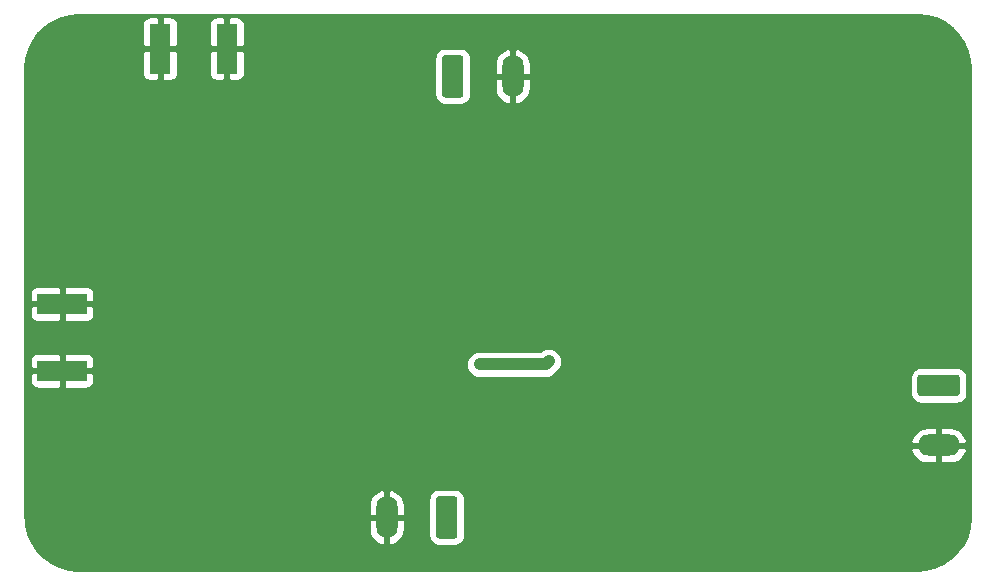
<source format=gbr>
%TF.GenerationSoftware,KiCad,Pcbnew,(5.1.9)-1*%
%TF.CreationDate,2021-03-09T18:28:39-05:00*%
%TF.ProjectId,NJR_New_DemodWithMixer,4e4a525f-4e65-4775-9f44-656d6f645769,rev?*%
%TF.SameCoordinates,Original*%
%TF.FileFunction,Copper,L2,Bot*%
%TF.FilePolarity,Positive*%
%FSLAX46Y46*%
G04 Gerber Fmt 4.6, Leading zero omitted, Abs format (unit mm)*
G04 Created by KiCad (PCBNEW (5.1.9)-1) date 2021-03-09 18:28:39*
%MOMM*%
%LPD*%
G01*
G04 APERTURE LIST*
%TA.AperFunction,SMDPad,CuDef*%
%ADD10R,4.200000X1.750000*%
%TD*%
%TA.AperFunction,SMDPad,CuDef*%
%ADD11R,1.750000X4.200000*%
%TD*%
%TA.AperFunction,ComponentPad*%
%ADD12C,1.016000*%
%TD*%
%TA.AperFunction,ComponentPad*%
%ADD13O,1.800000X3.600000*%
%TD*%
%TA.AperFunction,ComponentPad*%
%ADD14O,3.600000X1.800000*%
%TD*%
%TA.AperFunction,ViaPad*%
%ADD15C,0.800000*%
%TD*%
%TA.AperFunction,Conductor*%
%ADD16C,1.000000*%
%TD*%
%TA.AperFunction,Conductor*%
%ADD17C,0.254000*%
%TD*%
%TA.AperFunction,Conductor*%
%ADD18C,0.100000*%
%TD*%
G04 APERTURE END LIST*
D10*
%TO.P,JLO1,3_2*%
%TO.N,GND*%
X82496000Y-89185000D03*
%TO.P,JLO1,2_2*%
X82496000Y-83535000D03*
%TD*%
D11*
%TO.P,J1,3_2*%
%TO.N,GND*%
X90799400Y-61922000D03*
%TO.P,J1,2_2*%
X96449400Y-61922000D03*
%TD*%
D12*
%TO.P,UADE10x1,1*%
%TO.N,GND*%
X95402400Y-77927200D03*
%TO.P,UADE10x1,5*%
X87020400Y-75387200D03*
%TO.P,UADE10x1,4*%
X87020400Y-72847200D03*
%TO.P,UADE10x1,1*%
X91211400Y-77927200D03*
X91211400Y-76657200D03*
X91211400Y-75387200D03*
X91211400Y-74117200D03*
X91211400Y-72847200D03*
%TD*%
D13*
%TO.P,J_RSSI1,2*%
%TO.N,GND*%
X109982000Y-101600000D03*
%TO.P,J_RSSI1,1*%
%TO.N,/RSSI_Out*%
%TA.AperFunction,ComponentPad*%
G36*
G01*
X115962000Y-100050000D02*
X115962000Y-103150000D01*
G75*
G02*
X115712000Y-103400000I-250000J0D01*
G01*
X114412000Y-103400000D01*
G75*
G02*
X114162000Y-103150000I0J250000D01*
G01*
X114162000Y-100050000D01*
G75*
G02*
X114412000Y-99800000I250000J0D01*
G01*
X115712000Y-99800000D01*
G75*
G02*
X115962000Y-100050000I0J-250000D01*
G01*
G37*
%TD.AperFunction*%
%TD*%
%TO.P,J_Power1,2*%
%TO.N,GND*%
X120650000Y-64262000D03*
%TO.P,J_Power1,1*%
%TO.N,+5V*%
%TA.AperFunction,ComponentPad*%
G36*
G01*
X114670000Y-65812000D02*
X114670000Y-62712000D01*
G75*
G02*
X114920000Y-62462000I250000J0D01*
G01*
X116220000Y-62462000D01*
G75*
G02*
X116470000Y-62712000I0J-250000D01*
G01*
X116470000Y-65812000D01*
G75*
G02*
X116220000Y-66062000I-250000J0D01*
G01*
X114920000Y-66062000D01*
G75*
G02*
X114670000Y-65812000I0J250000D01*
G01*
G37*
%TD.AperFunction*%
%TD*%
D14*
%TO.P,J_Audio1,2*%
%TO.N,GND*%
X156718000Y-95504000D03*
%TO.P,J_Audio1,1*%
%TO.N,/Audio_Out*%
%TA.AperFunction,ComponentPad*%
G36*
G01*
X155168000Y-89524000D02*
X158268000Y-89524000D01*
G75*
G02*
X158518000Y-89774000I0J-250000D01*
G01*
X158518000Y-91074000D01*
G75*
G02*
X158268000Y-91324000I-250000J0D01*
G01*
X155168000Y-91324000D01*
G75*
G02*
X154918000Y-91074000I0J250000D01*
G01*
X154918000Y-89774000D01*
G75*
G02*
X155168000Y-89524000I250000J0D01*
G01*
G37*
%TD.AperFunction*%
%TD*%
D15*
%TO.N,GND*%
X141732000Y-90424000D03*
X81188550Y-61970150D03*
X81188550Y-68970150D03*
X81188550Y-75970150D03*
X81188550Y-98970150D03*
X83188550Y-103970150D03*
X85188550Y-64970150D03*
X85188550Y-71970150D03*
X85188550Y-94970150D03*
X87188550Y-99970150D03*
X88188550Y-60970150D03*
X89188550Y-67970150D03*
X89188550Y-90970150D03*
X89188550Y-104970150D03*
X90188550Y-79970150D03*
X91188550Y-85970150D03*
X91188550Y-95970150D03*
X93188550Y-100970150D03*
X95188550Y-64970150D03*
X95188550Y-81970150D03*
X96188550Y-70970150D03*
X96188550Y-104970150D03*
X97188550Y-94970150D03*
X99188550Y-60970150D03*
X99188550Y-99970150D03*
X100188550Y-66970150D03*
X100188550Y-73970150D03*
X100188550Y-83970150D03*
X100188550Y-90970150D03*
X102188550Y-78970150D03*
X102188550Y-103970150D03*
X103188550Y-95970150D03*
X104188550Y-62970150D03*
X104188550Y-69970150D03*
X104188550Y-86970150D03*
X106188550Y-74970150D03*
X106188550Y-81970150D03*
X106188550Y-99970150D03*
X108188550Y-65970150D03*
X108188550Y-104970150D03*
X110188550Y-60970150D03*
X110188550Y-77970150D03*
X110188550Y-93970150D03*
X112188550Y-68970150D03*
X112188550Y-83970150D03*
X112188550Y-98970150D03*
X115188550Y-104970150D03*
X116188550Y-73970150D03*
X117188550Y-93970150D03*
X118188550Y-60970150D03*
X118188550Y-67970150D03*
X118188550Y-78970150D03*
X118188550Y-99970150D03*
X121188550Y-71970150D03*
X121188550Y-103970150D03*
X122188550Y-95970150D03*
X123188550Y-62970150D03*
X123188550Y-76970150D03*
X124188550Y-90970150D03*
X125188550Y-67970150D03*
X125188550Y-99970150D03*
X127188550Y-72970150D03*
X127188550Y-79970150D03*
X127188550Y-104970150D03*
X128188550Y-60970150D03*
X128188550Y-85970150D03*
X128188550Y-93970150D03*
X130188550Y-65970150D03*
X131188550Y-75970150D03*
X131188550Y-97970150D03*
X133188550Y-69970150D03*
X133188550Y-83970150D03*
X133188550Y-90970150D03*
X133188550Y-102970150D03*
X134188550Y-61970150D03*
X135188550Y-78970150D03*
X136188550Y-94970150D03*
X137188550Y-65970150D03*
X137188550Y-72970150D03*
X138188550Y-85970150D03*
X138188550Y-99970150D03*
X140188550Y-60970150D03*
X140188550Y-76970150D03*
X140188550Y-104970150D03*
X141188550Y-68970150D03*
X142188550Y-95970150D03*
X144188550Y-63970150D03*
X144188550Y-72970150D03*
X144188550Y-79970150D03*
X144188550Y-86970150D03*
X144188550Y-100970150D03*
X147188550Y-67970150D03*
X147188550Y-104970150D03*
X148188550Y-60970150D03*
X148188550Y-75970150D03*
X148188550Y-82970150D03*
X148188550Y-96970150D03*
X150188550Y-87970150D03*
X151188550Y-64970150D03*
X151188550Y-71970150D03*
X151188550Y-100970150D03*
X152188550Y-78970150D03*
X152188550Y-92970150D03*
X154188550Y-83970150D03*
X154188550Y-104970150D03*
X155188550Y-60970150D03*
X155188550Y-67970150D03*
X155188550Y-74970150D03*
X155188550Y-97970150D03*
X157188550Y-87970150D03*
X158188550Y-79970150D03*
X158188550Y-101970150D03*
%TO.N,/AF_Out*%
X123698000Y-88392000D03*
X117856000Y-88646000D03*
%TD*%
D16*
%TO.N,/AF_Out*%
X117856000Y-88646000D02*
X122936000Y-88646000D01*
X123444000Y-88646000D02*
X123698000Y-88392000D01*
X122936000Y-88646000D02*
X123444000Y-88646000D01*
%TD*%
D17*
%TO.N,GND*%
X155722249Y-59152437D02*
X156479774Y-59359672D01*
X157188625Y-59697777D01*
X157826404Y-60156067D01*
X158372946Y-60720055D01*
X158810977Y-61371913D01*
X159126651Y-62091038D01*
X159311206Y-62859768D01*
X159360001Y-63524221D01*
X159360000Y-101570608D01*
X159287563Y-102382249D01*
X159080328Y-103139774D01*
X158742221Y-103848627D01*
X158283928Y-104486410D01*
X157719945Y-105032946D01*
X157068085Y-105470978D01*
X156348963Y-105786651D01*
X155580232Y-105971206D01*
X154915792Y-106020000D01*
X83849392Y-106020000D01*
X83037751Y-105947563D01*
X82280226Y-105740328D01*
X81571373Y-105402221D01*
X80933590Y-104943928D01*
X80387054Y-104379945D01*
X79949022Y-103728085D01*
X79633349Y-103008963D01*
X79448794Y-102240232D01*
X79411105Y-101727000D01*
X108447000Y-101727000D01*
X108447000Y-102627000D01*
X108501271Y-102924023D01*
X108612446Y-103204751D01*
X108776252Y-103458396D01*
X108986394Y-103675210D01*
X109234796Y-103846862D01*
X109511913Y-103966755D01*
X109617260Y-103991036D01*
X109855000Y-103870378D01*
X109855000Y-101727000D01*
X110109000Y-101727000D01*
X110109000Y-103870378D01*
X110346740Y-103991036D01*
X110452087Y-103966755D01*
X110729204Y-103846862D01*
X110977606Y-103675210D01*
X111187748Y-103458396D01*
X111351554Y-103204751D01*
X111462729Y-102924023D01*
X111517000Y-102627000D01*
X111517000Y-101727000D01*
X110109000Y-101727000D01*
X109855000Y-101727000D01*
X108447000Y-101727000D01*
X79411105Y-101727000D01*
X79400000Y-101575792D01*
X79400000Y-100573000D01*
X108447000Y-100573000D01*
X108447000Y-101473000D01*
X109855000Y-101473000D01*
X109855000Y-99329622D01*
X110109000Y-99329622D01*
X110109000Y-101473000D01*
X111517000Y-101473000D01*
X111517000Y-100573000D01*
X111462729Y-100275977D01*
X111373237Y-100050000D01*
X113523928Y-100050000D01*
X113523928Y-103150000D01*
X113540992Y-103323254D01*
X113591528Y-103489850D01*
X113673595Y-103643386D01*
X113784038Y-103777962D01*
X113918614Y-103888405D01*
X114072150Y-103970472D01*
X114238746Y-104021008D01*
X114412000Y-104038072D01*
X115712000Y-104038072D01*
X115885254Y-104021008D01*
X116051850Y-103970472D01*
X116205386Y-103888405D01*
X116339962Y-103777962D01*
X116450405Y-103643386D01*
X116532472Y-103489850D01*
X116583008Y-103323254D01*
X116600072Y-103150000D01*
X116600072Y-100050000D01*
X116583008Y-99876746D01*
X116532472Y-99710150D01*
X116450405Y-99556614D01*
X116339962Y-99422038D01*
X116205386Y-99311595D01*
X116051850Y-99229528D01*
X115885254Y-99178992D01*
X115712000Y-99161928D01*
X114412000Y-99161928D01*
X114238746Y-99178992D01*
X114072150Y-99229528D01*
X113918614Y-99311595D01*
X113784038Y-99422038D01*
X113673595Y-99556614D01*
X113591528Y-99710150D01*
X113540992Y-99876746D01*
X113523928Y-100050000D01*
X111373237Y-100050000D01*
X111351554Y-99995249D01*
X111187748Y-99741604D01*
X110977606Y-99524790D01*
X110729204Y-99353138D01*
X110452087Y-99233245D01*
X110346740Y-99208964D01*
X110109000Y-99329622D01*
X109855000Y-99329622D01*
X109617260Y-99208964D01*
X109511913Y-99233245D01*
X109234796Y-99353138D01*
X108986394Y-99524790D01*
X108776252Y-99741604D01*
X108612446Y-99995249D01*
X108501271Y-100275977D01*
X108447000Y-100573000D01*
X79400000Y-100573000D01*
X79400000Y-95868740D01*
X154326964Y-95868740D01*
X154351245Y-95974087D01*
X154471138Y-96251204D01*
X154642790Y-96499606D01*
X154859604Y-96709748D01*
X155113249Y-96873554D01*
X155393977Y-96984729D01*
X155691000Y-97039000D01*
X156591000Y-97039000D01*
X156591000Y-95631000D01*
X156845000Y-95631000D01*
X156845000Y-97039000D01*
X157745000Y-97039000D01*
X158042023Y-96984729D01*
X158322751Y-96873554D01*
X158576396Y-96709748D01*
X158793210Y-96499606D01*
X158964862Y-96251204D01*
X159084755Y-95974087D01*
X159109036Y-95868740D01*
X158988378Y-95631000D01*
X156845000Y-95631000D01*
X156591000Y-95631000D01*
X154447622Y-95631000D01*
X154326964Y-95868740D01*
X79400000Y-95868740D01*
X79400000Y-95139260D01*
X154326964Y-95139260D01*
X154447622Y-95377000D01*
X156591000Y-95377000D01*
X156591000Y-93969000D01*
X156845000Y-93969000D01*
X156845000Y-95377000D01*
X158988378Y-95377000D01*
X159109036Y-95139260D01*
X159084755Y-95033913D01*
X158964862Y-94756796D01*
X158793210Y-94508394D01*
X158576396Y-94298252D01*
X158322751Y-94134446D01*
X158042023Y-94023271D01*
X157745000Y-93969000D01*
X156845000Y-93969000D01*
X156591000Y-93969000D01*
X155691000Y-93969000D01*
X155393977Y-94023271D01*
X155113249Y-94134446D01*
X154859604Y-94298252D01*
X154642790Y-94508394D01*
X154471138Y-94756796D01*
X154351245Y-95033913D01*
X154326964Y-95139260D01*
X79400000Y-95139260D01*
X79400000Y-90060000D01*
X79757928Y-90060000D01*
X79770188Y-90184482D01*
X79806498Y-90304180D01*
X79865463Y-90414494D01*
X79944815Y-90511185D01*
X80041506Y-90590537D01*
X80151820Y-90649502D01*
X80271518Y-90685812D01*
X80396000Y-90698072D01*
X82210250Y-90695000D01*
X82369000Y-90536250D01*
X82369000Y-89312000D01*
X82623000Y-89312000D01*
X82623000Y-90536250D01*
X82781750Y-90695000D01*
X84596000Y-90698072D01*
X84720482Y-90685812D01*
X84840180Y-90649502D01*
X84950494Y-90590537D01*
X85047185Y-90511185D01*
X85126537Y-90414494D01*
X85185502Y-90304180D01*
X85221812Y-90184482D01*
X85234072Y-90060000D01*
X85231000Y-89470750D01*
X85072250Y-89312000D01*
X82623000Y-89312000D01*
X82369000Y-89312000D01*
X79919750Y-89312000D01*
X79761000Y-89470750D01*
X79757928Y-90060000D01*
X79400000Y-90060000D01*
X79400000Y-88310000D01*
X79757928Y-88310000D01*
X79761000Y-88899250D01*
X79919750Y-89058000D01*
X82369000Y-89058000D01*
X82369000Y-87833750D01*
X82623000Y-87833750D01*
X82623000Y-89058000D01*
X85072250Y-89058000D01*
X85231000Y-88899250D01*
X85232320Y-88646000D01*
X116715509Y-88646000D01*
X116737423Y-88868499D01*
X116802324Y-89082447D01*
X116907716Y-89279623D01*
X117049551Y-89452449D01*
X117222377Y-89594284D01*
X117419553Y-89699676D01*
X117633501Y-89764577D01*
X117800248Y-89781000D01*
X123388249Y-89781000D01*
X123444000Y-89786491D01*
X123499751Y-89781000D01*
X123499752Y-89781000D01*
X123570824Y-89774000D01*
X154279928Y-89774000D01*
X154279928Y-91074000D01*
X154296992Y-91247254D01*
X154347528Y-91413850D01*
X154429595Y-91567386D01*
X154540038Y-91701962D01*
X154674614Y-91812405D01*
X154828150Y-91894472D01*
X154994746Y-91945008D01*
X155168000Y-91962072D01*
X158268000Y-91962072D01*
X158441254Y-91945008D01*
X158607850Y-91894472D01*
X158761386Y-91812405D01*
X158895962Y-91701962D01*
X159006405Y-91567386D01*
X159088472Y-91413850D01*
X159139008Y-91247254D01*
X159156072Y-91074000D01*
X159156072Y-89774000D01*
X159139008Y-89600746D01*
X159088472Y-89434150D01*
X159006405Y-89280614D01*
X158895962Y-89146038D01*
X158761386Y-89035595D01*
X158607850Y-88953528D01*
X158441254Y-88902992D01*
X158268000Y-88885928D01*
X155168000Y-88885928D01*
X154994746Y-88902992D01*
X154828150Y-88953528D01*
X154674614Y-89035595D01*
X154540038Y-89146038D01*
X154429595Y-89280614D01*
X154347528Y-89434150D01*
X154296992Y-89600746D01*
X154279928Y-89774000D01*
X123570824Y-89774000D01*
X123666499Y-89764577D01*
X123880447Y-89699676D01*
X124077623Y-89594284D01*
X124250449Y-89452449D01*
X124285996Y-89409135D01*
X124539988Y-89155143D01*
X124646283Y-89025623D01*
X124751675Y-88828446D01*
X124816576Y-88614500D01*
X124838490Y-88392001D01*
X124816576Y-88169502D01*
X124751675Y-87955554D01*
X124646283Y-87758378D01*
X124504448Y-87585552D01*
X124331622Y-87443717D01*
X124134446Y-87338325D01*
X123920498Y-87273424D01*
X123697999Y-87251510D01*
X123475500Y-87273424D01*
X123261554Y-87338325D01*
X123064377Y-87443717D01*
X122982393Y-87511000D01*
X117800248Y-87511000D01*
X117633501Y-87527423D01*
X117419553Y-87592324D01*
X117222377Y-87697716D01*
X117049551Y-87839551D01*
X116907716Y-88012377D01*
X116802324Y-88209553D01*
X116737423Y-88423501D01*
X116715509Y-88646000D01*
X85232320Y-88646000D01*
X85234072Y-88310000D01*
X85221812Y-88185518D01*
X85185502Y-88065820D01*
X85126537Y-87955506D01*
X85047185Y-87858815D01*
X84950494Y-87779463D01*
X84840180Y-87720498D01*
X84720482Y-87684188D01*
X84596000Y-87671928D01*
X82781750Y-87675000D01*
X82623000Y-87833750D01*
X82369000Y-87833750D01*
X82210250Y-87675000D01*
X80396000Y-87671928D01*
X80271518Y-87684188D01*
X80151820Y-87720498D01*
X80041506Y-87779463D01*
X79944815Y-87858815D01*
X79865463Y-87955506D01*
X79806498Y-88065820D01*
X79770188Y-88185518D01*
X79757928Y-88310000D01*
X79400000Y-88310000D01*
X79400000Y-84410000D01*
X79757928Y-84410000D01*
X79770188Y-84534482D01*
X79806498Y-84654180D01*
X79865463Y-84764494D01*
X79944815Y-84861185D01*
X80041506Y-84940537D01*
X80151820Y-84999502D01*
X80271518Y-85035812D01*
X80396000Y-85048072D01*
X82210250Y-85045000D01*
X82369000Y-84886250D01*
X82369000Y-83662000D01*
X82623000Y-83662000D01*
X82623000Y-84886250D01*
X82781750Y-85045000D01*
X84596000Y-85048072D01*
X84720482Y-85035812D01*
X84840180Y-84999502D01*
X84950494Y-84940537D01*
X85047185Y-84861185D01*
X85126537Y-84764494D01*
X85185502Y-84654180D01*
X85221812Y-84534482D01*
X85234072Y-84410000D01*
X85231000Y-83820750D01*
X85072250Y-83662000D01*
X82623000Y-83662000D01*
X82369000Y-83662000D01*
X79919750Y-83662000D01*
X79761000Y-83820750D01*
X79757928Y-84410000D01*
X79400000Y-84410000D01*
X79400000Y-82660000D01*
X79757928Y-82660000D01*
X79761000Y-83249250D01*
X79919750Y-83408000D01*
X82369000Y-83408000D01*
X82369000Y-82183750D01*
X82623000Y-82183750D01*
X82623000Y-83408000D01*
X85072250Y-83408000D01*
X85231000Y-83249250D01*
X85234072Y-82660000D01*
X85221812Y-82535518D01*
X85185502Y-82415820D01*
X85126537Y-82305506D01*
X85047185Y-82208815D01*
X84950494Y-82129463D01*
X84840180Y-82070498D01*
X84720482Y-82034188D01*
X84596000Y-82021928D01*
X82781750Y-82025000D01*
X82623000Y-82183750D01*
X82369000Y-82183750D01*
X82210250Y-82025000D01*
X80396000Y-82021928D01*
X80271518Y-82034188D01*
X80151820Y-82070498D01*
X80041506Y-82129463D01*
X79944815Y-82208815D01*
X79865463Y-82305506D01*
X79806498Y-82415820D01*
X79770188Y-82535518D01*
X79757928Y-82660000D01*
X79400000Y-82660000D01*
X79400000Y-64022000D01*
X89286328Y-64022000D01*
X89298588Y-64146482D01*
X89334898Y-64266180D01*
X89393863Y-64376494D01*
X89473215Y-64473185D01*
X89569906Y-64552537D01*
X89680220Y-64611502D01*
X89799918Y-64647812D01*
X89924400Y-64660072D01*
X90513650Y-64657000D01*
X90672400Y-64498250D01*
X90672400Y-62049000D01*
X90926400Y-62049000D01*
X90926400Y-64498250D01*
X91085150Y-64657000D01*
X91674400Y-64660072D01*
X91798882Y-64647812D01*
X91918580Y-64611502D01*
X92028894Y-64552537D01*
X92125585Y-64473185D01*
X92204937Y-64376494D01*
X92263902Y-64266180D01*
X92300212Y-64146482D01*
X92312472Y-64022000D01*
X94936328Y-64022000D01*
X94948588Y-64146482D01*
X94984898Y-64266180D01*
X95043863Y-64376494D01*
X95123215Y-64473185D01*
X95219906Y-64552537D01*
X95330220Y-64611502D01*
X95449918Y-64647812D01*
X95574400Y-64660072D01*
X96163650Y-64657000D01*
X96322400Y-64498250D01*
X96322400Y-62049000D01*
X96576400Y-62049000D01*
X96576400Y-64498250D01*
X96735150Y-64657000D01*
X97324400Y-64660072D01*
X97448882Y-64647812D01*
X97568580Y-64611502D01*
X97678894Y-64552537D01*
X97775585Y-64473185D01*
X97854937Y-64376494D01*
X97913902Y-64266180D01*
X97950212Y-64146482D01*
X97962472Y-64022000D01*
X97960254Y-62712000D01*
X114031928Y-62712000D01*
X114031928Y-65812000D01*
X114048992Y-65985254D01*
X114099528Y-66151850D01*
X114181595Y-66305386D01*
X114292038Y-66439962D01*
X114426614Y-66550405D01*
X114580150Y-66632472D01*
X114746746Y-66683008D01*
X114920000Y-66700072D01*
X116220000Y-66700072D01*
X116393254Y-66683008D01*
X116559850Y-66632472D01*
X116713386Y-66550405D01*
X116847962Y-66439962D01*
X116958405Y-66305386D01*
X117040472Y-66151850D01*
X117091008Y-65985254D01*
X117108072Y-65812000D01*
X117108072Y-64389000D01*
X119115000Y-64389000D01*
X119115000Y-65289000D01*
X119169271Y-65586023D01*
X119280446Y-65866751D01*
X119444252Y-66120396D01*
X119654394Y-66337210D01*
X119902796Y-66508862D01*
X120179913Y-66628755D01*
X120285260Y-66653036D01*
X120523000Y-66532378D01*
X120523000Y-64389000D01*
X120777000Y-64389000D01*
X120777000Y-66532378D01*
X121014740Y-66653036D01*
X121120087Y-66628755D01*
X121397204Y-66508862D01*
X121645606Y-66337210D01*
X121855748Y-66120396D01*
X122019554Y-65866751D01*
X122130729Y-65586023D01*
X122185000Y-65289000D01*
X122185000Y-64389000D01*
X120777000Y-64389000D01*
X120523000Y-64389000D01*
X119115000Y-64389000D01*
X117108072Y-64389000D01*
X117108072Y-63235000D01*
X119115000Y-63235000D01*
X119115000Y-64135000D01*
X120523000Y-64135000D01*
X120523000Y-61991622D01*
X120777000Y-61991622D01*
X120777000Y-64135000D01*
X122185000Y-64135000D01*
X122185000Y-63235000D01*
X122130729Y-62937977D01*
X122019554Y-62657249D01*
X121855748Y-62403604D01*
X121645606Y-62186790D01*
X121397204Y-62015138D01*
X121120087Y-61895245D01*
X121014740Y-61870964D01*
X120777000Y-61991622D01*
X120523000Y-61991622D01*
X120285260Y-61870964D01*
X120179913Y-61895245D01*
X119902796Y-62015138D01*
X119654394Y-62186790D01*
X119444252Y-62403604D01*
X119280446Y-62657249D01*
X119169271Y-62937977D01*
X119115000Y-63235000D01*
X117108072Y-63235000D01*
X117108072Y-62712000D01*
X117091008Y-62538746D01*
X117040472Y-62372150D01*
X116958405Y-62218614D01*
X116847962Y-62084038D01*
X116713386Y-61973595D01*
X116559850Y-61891528D01*
X116393254Y-61840992D01*
X116220000Y-61823928D01*
X114920000Y-61823928D01*
X114746746Y-61840992D01*
X114580150Y-61891528D01*
X114426614Y-61973595D01*
X114292038Y-62084038D01*
X114181595Y-62218614D01*
X114099528Y-62372150D01*
X114048992Y-62538746D01*
X114031928Y-62712000D01*
X97960254Y-62712000D01*
X97959400Y-62207750D01*
X97800650Y-62049000D01*
X96576400Y-62049000D01*
X96322400Y-62049000D01*
X95098150Y-62049000D01*
X94939400Y-62207750D01*
X94936328Y-64022000D01*
X92312472Y-64022000D01*
X92309400Y-62207750D01*
X92150650Y-62049000D01*
X90926400Y-62049000D01*
X90672400Y-62049000D01*
X89448150Y-62049000D01*
X89289400Y-62207750D01*
X89286328Y-64022000D01*
X79400000Y-64022000D01*
X79400000Y-63529392D01*
X79472437Y-62717751D01*
X79679672Y-61960226D01*
X80017777Y-61251375D01*
X80476067Y-60613596D01*
X81040055Y-60067054D01*
X81404733Y-59822000D01*
X89286328Y-59822000D01*
X89289400Y-61636250D01*
X89448150Y-61795000D01*
X90672400Y-61795000D01*
X90672400Y-59345750D01*
X90926400Y-59345750D01*
X90926400Y-61795000D01*
X92150650Y-61795000D01*
X92309400Y-61636250D01*
X92312472Y-59822000D01*
X94936328Y-59822000D01*
X94939400Y-61636250D01*
X95098150Y-61795000D01*
X96322400Y-61795000D01*
X96322400Y-59345750D01*
X96576400Y-59345750D01*
X96576400Y-61795000D01*
X97800650Y-61795000D01*
X97959400Y-61636250D01*
X97962472Y-59822000D01*
X97950212Y-59697518D01*
X97913902Y-59577820D01*
X97854937Y-59467506D01*
X97775585Y-59370815D01*
X97678894Y-59291463D01*
X97568580Y-59232498D01*
X97448882Y-59196188D01*
X97324400Y-59183928D01*
X96735150Y-59187000D01*
X96576400Y-59345750D01*
X96322400Y-59345750D01*
X96163650Y-59187000D01*
X95574400Y-59183928D01*
X95449918Y-59196188D01*
X95330220Y-59232498D01*
X95219906Y-59291463D01*
X95123215Y-59370815D01*
X95043863Y-59467506D01*
X94984898Y-59577820D01*
X94948588Y-59697518D01*
X94936328Y-59822000D01*
X92312472Y-59822000D01*
X92300212Y-59697518D01*
X92263902Y-59577820D01*
X92204937Y-59467506D01*
X92125585Y-59370815D01*
X92028894Y-59291463D01*
X91918580Y-59232498D01*
X91798882Y-59196188D01*
X91674400Y-59183928D01*
X91085150Y-59187000D01*
X90926400Y-59345750D01*
X90672400Y-59345750D01*
X90513650Y-59187000D01*
X89924400Y-59183928D01*
X89799918Y-59196188D01*
X89680220Y-59232498D01*
X89569906Y-59291463D01*
X89473215Y-59370815D01*
X89393863Y-59467506D01*
X89334898Y-59577820D01*
X89298588Y-59697518D01*
X89286328Y-59822000D01*
X81404733Y-59822000D01*
X81691913Y-59629023D01*
X82411038Y-59313349D01*
X83179768Y-59128794D01*
X83844207Y-59080000D01*
X154910608Y-59080000D01*
X155722249Y-59152437D01*
%TA.AperFunction,Conductor*%
D18*
G36*
X155722249Y-59152437D02*
G01*
X156479774Y-59359672D01*
X157188625Y-59697777D01*
X157826404Y-60156067D01*
X158372946Y-60720055D01*
X158810977Y-61371913D01*
X159126651Y-62091038D01*
X159311206Y-62859768D01*
X159360001Y-63524221D01*
X159360000Y-101570608D01*
X159287563Y-102382249D01*
X159080328Y-103139774D01*
X158742221Y-103848627D01*
X158283928Y-104486410D01*
X157719945Y-105032946D01*
X157068085Y-105470978D01*
X156348963Y-105786651D01*
X155580232Y-105971206D01*
X154915792Y-106020000D01*
X83849392Y-106020000D01*
X83037751Y-105947563D01*
X82280226Y-105740328D01*
X81571373Y-105402221D01*
X80933590Y-104943928D01*
X80387054Y-104379945D01*
X79949022Y-103728085D01*
X79633349Y-103008963D01*
X79448794Y-102240232D01*
X79411105Y-101727000D01*
X108447000Y-101727000D01*
X108447000Y-102627000D01*
X108501271Y-102924023D01*
X108612446Y-103204751D01*
X108776252Y-103458396D01*
X108986394Y-103675210D01*
X109234796Y-103846862D01*
X109511913Y-103966755D01*
X109617260Y-103991036D01*
X109855000Y-103870378D01*
X109855000Y-101727000D01*
X110109000Y-101727000D01*
X110109000Y-103870378D01*
X110346740Y-103991036D01*
X110452087Y-103966755D01*
X110729204Y-103846862D01*
X110977606Y-103675210D01*
X111187748Y-103458396D01*
X111351554Y-103204751D01*
X111462729Y-102924023D01*
X111517000Y-102627000D01*
X111517000Y-101727000D01*
X110109000Y-101727000D01*
X109855000Y-101727000D01*
X108447000Y-101727000D01*
X79411105Y-101727000D01*
X79400000Y-101575792D01*
X79400000Y-100573000D01*
X108447000Y-100573000D01*
X108447000Y-101473000D01*
X109855000Y-101473000D01*
X109855000Y-99329622D01*
X110109000Y-99329622D01*
X110109000Y-101473000D01*
X111517000Y-101473000D01*
X111517000Y-100573000D01*
X111462729Y-100275977D01*
X111373237Y-100050000D01*
X113523928Y-100050000D01*
X113523928Y-103150000D01*
X113540992Y-103323254D01*
X113591528Y-103489850D01*
X113673595Y-103643386D01*
X113784038Y-103777962D01*
X113918614Y-103888405D01*
X114072150Y-103970472D01*
X114238746Y-104021008D01*
X114412000Y-104038072D01*
X115712000Y-104038072D01*
X115885254Y-104021008D01*
X116051850Y-103970472D01*
X116205386Y-103888405D01*
X116339962Y-103777962D01*
X116450405Y-103643386D01*
X116532472Y-103489850D01*
X116583008Y-103323254D01*
X116600072Y-103150000D01*
X116600072Y-100050000D01*
X116583008Y-99876746D01*
X116532472Y-99710150D01*
X116450405Y-99556614D01*
X116339962Y-99422038D01*
X116205386Y-99311595D01*
X116051850Y-99229528D01*
X115885254Y-99178992D01*
X115712000Y-99161928D01*
X114412000Y-99161928D01*
X114238746Y-99178992D01*
X114072150Y-99229528D01*
X113918614Y-99311595D01*
X113784038Y-99422038D01*
X113673595Y-99556614D01*
X113591528Y-99710150D01*
X113540992Y-99876746D01*
X113523928Y-100050000D01*
X111373237Y-100050000D01*
X111351554Y-99995249D01*
X111187748Y-99741604D01*
X110977606Y-99524790D01*
X110729204Y-99353138D01*
X110452087Y-99233245D01*
X110346740Y-99208964D01*
X110109000Y-99329622D01*
X109855000Y-99329622D01*
X109617260Y-99208964D01*
X109511913Y-99233245D01*
X109234796Y-99353138D01*
X108986394Y-99524790D01*
X108776252Y-99741604D01*
X108612446Y-99995249D01*
X108501271Y-100275977D01*
X108447000Y-100573000D01*
X79400000Y-100573000D01*
X79400000Y-95868740D01*
X154326964Y-95868740D01*
X154351245Y-95974087D01*
X154471138Y-96251204D01*
X154642790Y-96499606D01*
X154859604Y-96709748D01*
X155113249Y-96873554D01*
X155393977Y-96984729D01*
X155691000Y-97039000D01*
X156591000Y-97039000D01*
X156591000Y-95631000D01*
X156845000Y-95631000D01*
X156845000Y-97039000D01*
X157745000Y-97039000D01*
X158042023Y-96984729D01*
X158322751Y-96873554D01*
X158576396Y-96709748D01*
X158793210Y-96499606D01*
X158964862Y-96251204D01*
X159084755Y-95974087D01*
X159109036Y-95868740D01*
X158988378Y-95631000D01*
X156845000Y-95631000D01*
X156591000Y-95631000D01*
X154447622Y-95631000D01*
X154326964Y-95868740D01*
X79400000Y-95868740D01*
X79400000Y-95139260D01*
X154326964Y-95139260D01*
X154447622Y-95377000D01*
X156591000Y-95377000D01*
X156591000Y-93969000D01*
X156845000Y-93969000D01*
X156845000Y-95377000D01*
X158988378Y-95377000D01*
X159109036Y-95139260D01*
X159084755Y-95033913D01*
X158964862Y-94756796D01*
X158793210Y-94508394D01*
X158576396Y-94298252D01*
X158322751Y-94134446D01*
X158042023Y-94023271D01*
X157745000Y-93969000D01*
X156845000Y-93969000D01*
X156591000Y-93969000D01*
X155691000Y-93969000D01*
X155393977Y-94023271D01*
X155113249Y-94134446D01*
X154859604Y-94298252D01*
X154642790Y-94508394D01*
X154471138Y-94756796D01*
X154351245Y-95033913D01*
X154326964Y-95139260D01*
X79400000Y-95139260D01*
X79400000Y-90060000D01*
X79757928Y-90060000D01*
X79770188Y-90184482D01*
X79806498Y-90304180D01*
X79865463Y-90414494D01*
X79944815Y-90511185D01*
X80041506Y-90590537D01*
X80151820Y-90649502D01*
X80271518Y-90685812D01*
X80396000Y-90698072D01*
X82210250Y-90695000D01*
X82369000Y-90536250D01*
X82369000Y-89312000D01*
X82623000Y-89312000D01*
X82623000Y-90536250D01*
X82781750Y-90695000D01*
X84596000Y-90698072D01*
X84720482Y-90685812D01*
X84840180Y-90649502D01*
X84950494Y-90590537D01*
X85047185Y-90511185D01*
X85126537Y-90414494D01*
X85185502Y-90304180D01*
X85221812Y-90184482D01*
X85234072Y-90060000D01*
X85231000Y-89470750D01*
X85072250Y-89312000D01*
X82623000Y-89312000D01*
X82369000Y-89312000D01*
X79919750Y-89312000D01*
X79761000Y-89470750D01*
X79757928Y-90060000D01*
X79400000Y-90060000D01*
X79400000Y-88310000D01*
X79757928Y-88310000D01*
X79761000Y-88899250D01*
X79919750Y-89058000D01*
X82369000Y-89058000D01*
X82369000Y-87833750D01*
X82623000Y-87833750D01*
X82623000Y-89058000D01*
X85072250Y-89058000D01*
X85231000Y-88899250D01*
X85232320Y-88646000D01*
X116715509Y-88646000D01*
X116737423Y-88868499D01*
X116802324Y-89082447D01*
X116907716Y-89279623D01*
X117049551Y-89452449D01*
X117222377Y-89594284D01*
X117419553Y-89699676D01*
X117633501Y-89764577D01*
X117800248Y-89781000D01*
X123388249Y-89781000D01*
X123444000Y-89786491D01*
X123499751Y-89781000D01*
X123499752Y-89781000D01*
X123570824Y-89774000D01*
X154279928Y-89774000D01*
X154279928Y-91074000D01*
X154296992Y-91247254D01*
X154347528Y-91413850D01*
X154429595Y-91567386D01*
X154540038Y-91701962D01*
X154674614Y-91812405D01*
X154828150Y-91894472D01*
X154994746Y-91945008D01*
X155168000Y-91962072D01*
X158268000Y-91962072D01*
X158441254Y-91945008D01*
X158607850Y-91894472D01*
X158761386Y-91812405D01*
X158895962Y-91701962D01*
X159006405Y-91567386D01*
X159088472Y-91413850D01*
X159139008Y-91247254D01*
X159156072Y-91074000D01*
X159156072Y-89774000D01*
X159139008Y-89600746D01*
X159088472Y-89434150D01*
X159006405Y-89280614D01*
X158895962Y-89146038D01*
X158761386Y-89035595D01*
X158607850Y-88953528D01*
X158441254Y-88902992D01*
X158268000Y-88885928D01*
X155168000Y-88885928D01*
X154994746Y-88902992D01*
X154828150Y-88953528D01*
X154674614Y-89035595D01*
X154540038Y-89146038D01*
X154429595Y-89280614D01*
X154347528Y-89434150D01*
X154296992Y-89600746D01*
X154279928Y-89774000D01*
X123570824Y-89774000D01*
X123666499Y-89764577D01*
X123880447Y-89699676D01*
X124077623Y-89594284D01*
X124250449Y-89452449D01*
X124285996Y-89409135D01*
X124539988Y-89155143D01*
X124646283Y-89025623D01*
X124751675Y-88828446D01*
X124816576Y-88614500D01*
X124838490Y-88392001D01*
X124816576Y-88169502D01*
X124751675Y-87955554D01*
X124646283Y-87758378D01*
X124504448Y-87585552D01*
X124331622Y-87443717D01*
X124134446Y-87338325D01*
X123920498Y-87273424D01*
X123697999Y-87251510D01*
X123475500Y-87273424D01*
X123261554Y-87338325D01*
X123064377Y-87443717D01*
X122982393Y-87511000D01*
X117800248Y-87511000D01*
X117633501Y-87527423D01*
X117419553Y-87592324D01*
X117222377Y-87697716D01*
X117049551Y-87839551D01*
X116907716Y-88012377D01*
X116802324Y-88209553D01*
X116737423Y-88423501D01*
X116715509Y-88646000D01*
X85232320Y-88646000D01*
X85234072Y-88310000D01*
X85221812Y-88185518D01*
X85185502Y-88065820D01*
X85126537Y-87955506D01*
X85047185Y-87858815D01*
X84950494Y-87779463D01*
X84840180Y-87720498D01*
X84720482Y-87684188D01*
X84596000Y-87671928D01*
X82781750Y-87675000D01*
X82623000Y-87833750D01*
X82369000Y-87833750D01*
X82210250Y-87675000D01*
X80396000Y-87671928D01*
X80271518Y-87684188D01*
X80151820Y-87720498D01*
X80041506Y-87779463D01*
X79944815Y-87858815D01*
X79865463Y-87955506D01*
X79806498Y-88065820D01*
X79770188Y-88185518D01*
X79757928Y-88310000D01*
X79400000Y-88310000D01*
X79400000Y-84410000D01*
X79757928Y-84410000D01*
X79770188Y-84534482D01*
X79806498Y-84654180D01*
X79865463Y-84764494D01*
X79944815Y-84861185D01*
X80041506Y-84940537D01*
X80151820Y-84999502D01*
X80271518Y-85035812D01*
X80396000Y-85048072D01*
X82210250Y-85045000D01*
X82369000Y-84886250D01*
X82369000Y-83662000D01*
X82623000Y-83662000D01*
X82623000Y-84886250D01*
X82781750Y-85045000D01*
X84596000Y-85048072D01*
X84720482Y-85035812D01*
X84840180Y-84999502D01*
X84950494Y-84940537D01*
X85047185Y-84861185D01*
X85126537Y-84764494D01*
X85185502Y-84654180D01*
X85221812Y-84534482D01*
X85234072Y-84410000D01*
X85231000Y-83820750D01*
X85072250Y-83662000D01*
X82623000Y-83662000D01*
X82369000Y-83662000D01*
X79919750Y-83662000D01*
X79761000Y-83820750D01*
X79757928Y-84410000D01*
X79400000Y-84410000D01*
X79400000Y-82660000D01*
X79757928Y-82660000D01*
X79761000Y-83249250D01*
X79919750Y-83408000D01*
X82369000Y-83408000D01*
X82369000Y-82183750D01*
X82623000Y-82183750D01*
X82623000Y-83408000D01*
X85072250Y-83408000D01*
X85231000Y-83249250D01*
X85234072Y-82660000D01*
X85221812Y-82535518D01*
X85185502Y-82415820D01*
X85126537Y-82305506D01*
X85047185Y-82208815D01*
X84950494Y-82129463D01*
X84840180Y-82070498D01*
X84720482Y-82034188D01*
X84596000Y-82021928D01*
X82781750Y-82025000D01*
X82623000Y-82183750D01*
X82369000Y-82183750D01*
X82210250Y-82025000D01*
X80396000Y-82021928D01*
X80271518Y-82034188D01*
X80151820Y-82070498D01*
X80041506Y-82129463D01*
X79944815Y-82208815D01*
X79865463Y-82305506D01*
X79806498Y-82415820D01*
X79770188Y-82535518D01*
X79757928Y-82660000D01*
X79400000Y-82660000D01*
X79400000Y-64022000D01*
X89286328Y-64022000D01*
X89298588Y-64146482D01*
X89334898Y-64266180D01*
X89393863Y-64376494D01*
X89473215Y-64473185D01*
X89569906Y-64552537D01*
X89680220Y-64611502D01*
X89799918Y-64647812D01*
X89924400Y-64660072D01*
X90513650Y-64657000D01*
X90672400Y-64498250D01*
X90672400Y-62049000D01*
X90926400Y-62049000D01*
X90926400Y-64498250D01*
X91085150Y-64657000D01*
X91674400Y-64660072D01*
X91798882Y-64647812D01*
X91918580Y-64611502D01*
X92028894Y-64552537D01*
X92125585Y-64473185D01*
X92204937Y-64376494D01*
X92263902Y-64266180D01*
X92300212Y-64146482D01*
X92312472Y-64022000D01*
X94936328Y-64022000D01*
X94948588Y-64146482D01*
X94984898Y-64266180D01*
X95043863Y-64376494D01*
X95123215Y-64473185D01*
X95219906Y-64552537D01*
X95330220Y-64611502D01*
X95449918Y-64647812D01*
X95574400Y-64660072D01*
X96163650Y-64657000D01*
X96322400Y-64498250D01*
X96322400Y-62049000D01*
X96576400Y-62049000D01*
X96576400Y-64498250D01*
X96735150Y-64657000D01*
X97324400Y-64660072D01*
X97448882Y-64647812D01*
X97568580Y-64611502D01*
X97678894Y-64552537D01*
X97775585Y-64473185D01*
X97854937Y-64376494D01*
X97913902Y-64266180D01*
X97950212Y-64146482D01*
X97962472Y-64022000D01*
X97960254Y-62712000D01*
X114031928Y-62712000D01*
X114031928Y-65812000D01*
X114048992Y-65985254D01*
X114099528Y-66151850D01*
X114181595Y-66305386D01*
X114292038Y-66439962D01*
X114426614Y-66550405D01*
X114580150Y-66632472D01*
X114746746Y-66683008D01*
X114920000Y-66700072D01*
X116220000Y-66700072D01*
X116393254Y-66683008D01*
X116559850Y-66632472D01*
X116713386Y-66550405D01*
X116847962Y-66439962D01*
X116958405Y-66305386D01*
X117040472Y-66151850D01*
X117091008Y-65985254D01*
X117108072Y-65812000D01*
X117108072Y-64389000D01*
X119115000Y-64389000D01*
X119115000Y-65289000D01*
X119169271Y-65586023D01*
X119280446Y-65866751D01*
X119444252Y-66120396D01*
X119654394Y-66337210D01*
X119902796Y-66508862D01*
X120179913Y-66628755D01*
X120285260Y-66653036D01*
X120523000Y-66532378D01*
X120523000Y-64389000D01*
X120777000Y-64389000D01*
X120777000Y-66532378D01*
X121014740Y-66653036D01*
X121120087Y-66628755D01*
X121397204Y-66508862D01*
X121645606Y-66337210D01*
X121855748Y-66120396D01*
X122019554Y-65866751D01*
X122130729Y-65586023D01*
X122185000Y-65289000D01*
X122185000Y-64389000D01*
X120777000Y-64389000D01*
X120523000Y-64389000D01*
X119115000Y-64389000D01*
X117108072Y-64389000D01*
X117108072Y-63235000D01*
X119115000Y-63235000D01*
X119115000Y-64135000D01*
X120523000Y-64135000D01*
X120523000Y-61991622D01*
X120777000Y-61991622D01*
X120777000Y-64135000D01*
X122185000Y-64135000D01*
X122185000Y-63235000D01*
X122130729Y-62937977D01*
X122019554Y-62657249D01*
X121855748Y-62403604D01*
X121645606Y-62186790D01*
X121397204Y-62015138D01*
X121120087Y-61895245D01*
X121014740Y-61870964D01*
X120777000Y-61991622D01*
X120523000Y-61991622D01*
X120285260Y-61870964D01*
X120179913Y-61895245D01*
X119902796Y-62015138D01*
X119654394Y-62186790D01*
X119444252Y-62403604D01*
X119280446Y-62657249D01*
X119169271Y-62937977D01*
X119115000Y-63235000D01*
X117108072Y-63235000D01*
X117108072Y-62712000D01*
X117091008Y-62538746D01*
X117040472Y-62372150D01*
X116958405Y-62218614D01*
X116847962Y-62084038D01*
X116713386Y-61973595D01*
X116559850Y-61891528D01*
X116393254Y-61840992D01*
X116220000Y-61823928D01*
X114920000Y-61823928D01*
X114746746Y-61840992D01*
X114580150Y-61891528D01*
X114426614Y-61973595D01*
X114292038Y-62084038D01*
X114181595Y-62218614D01*
X114099528Y-62372150D01*
X114048992Y-62538746D01*
X114031928Y-62712000D01*
X97960254Y-62712000D01*
X97959400Y-62207750D01*
X97800650Y-62049000D01*
X96576400Y-62049000D01*
X96322400Y-62049000D01*
X95098150Y-62049000D01*
X94939400Y-62207750D01*
X94936328Y-64022000D01*
X92312472Y-64022000D01*
X92309400Y-62207750D01*
X92150650Y-62049000D01*
X90926400Y-62049000D01*
X90672400Y-62049000D01*
X89448150Y-62049000D01*
X89289400Y-62207750D01*
X89286328Y-64022000D01*
X79400000Y-64022000D01*
X79400000Y-63529392D01*
X79472437Y-62717751D01*
X79679672Y-61960226D01*
X80017777Y-61251375D01*
X80476067Y-60613596D01*
X81040055Y-60067054D01*
X81404733Y-59822000D01*
X89286328Y-59822000D01*
X89289400Y-61636250D01*
X89448150Y-61795000D01*
X90672400Y-61795000D01*
X90672400Y-59345750D01*
X90926400Y-59345750D01*
X90926400Y-61795000D01*
X92150650Y-61795000D01*
X92309400Y-61636250D01*
X92312472Y-59822000D01*
X94936328Y-59822000D01*
X94939400Y-61636250D01*
X95098150Y-61795000D01*
X96322400Y-61795000D01*
X96322400Y-59345750D01*
X96576400Y-59345750D01*
X96576400Y-61795000D01*
X97800650Y-61795000D01*
X97959400Y-61636250D01*
X97962472Y-59822000D01*
X97950212Y-59697518D01*
X97913902Y-59577820D01*
X97854937Y-59467506D01*
X97775585Y-59370815D01*
X97678894Y-59291463D01*
X97568580Y-59232498D01*
X97448882Y-59196188D01*
X97324400Y-59183928D01*
X96735150Y-59187000D01*
X96576400Y-59345750D01*
X96322400Y-59345750D01*
X96163650Y-59187000D01*
X95574400Y-59183928D01*
X95449918Y-59196188D01*
X95330220Y-59232498D01*
X95219906Y-59291463D01*
X95123215Y-59370815D01*
X95043863Y-59467506D01*
X94984898Y-59577820D01*
X94948588Y-59697518D01*
X94936328Y-59822000D01*
X92312472Y-59822000D01*
X92300212Y-59697518D01*
X92263902Y-59577820D01*
X92204937Y-59467506D01*
X92125585Y-59370815D01*
X92028894Y-59291463D01*
X91918580Y-59232498D01*
X91798882Y-59196188D01*
X91674400Y-59183928D01*
X91085150Y-59187000D01*
X90926400Y-59345750D01*
X90672400Y-59345750D01*
X90513650Y-59187000D01*
X89924400Y-59183928D01*
X89799918Y-59196188D01*
X89680220Y-59232498D01*
X89569906Y-59291463D01*
X89473215Y-59370815D01*
X89393863Y-59467506D01*
X89334898Y-59577820D01*
X89298588Y-59697518D01*
X89286328Y-59822000D01*
X81404733Y-59822000D01*
X81691913Y-59629023D01*
X82411038Y-59313349D01*
X83179768Y-59128794D01*
X83844207Y-59080000D01*
X154910608Y-59080000D01*
X155722249Y-59152437D01*
G37*
%TD.AperFunction*%
%TD*%
M02*

</source>
